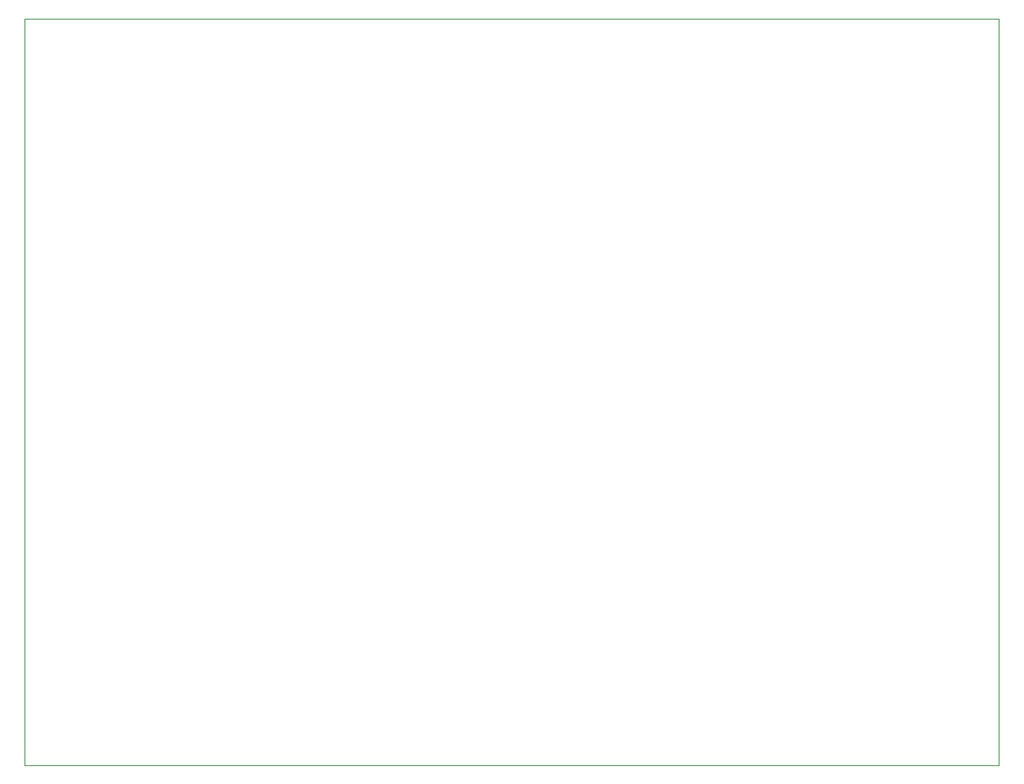
<source format=gm1>
G04 #@! TF.GenerationSoftware,KiCad,Pcbnew,(6.0.11)*
G04 #@! TF.CreationDate,2023-02-10T17:49:21-04:00*
G04 #@! TF.ProjectId,simon_dice_2_layer,73696d6f-6e5f-4646-9963-655f325f6c61,rev?*
G04 #@! TF.SameCoordinates,Original*
G04 #@! TF.FileFunction,Profile,NP*
%FSLAX46Y46*%
G04 Gerber Fmt 4.6, Leading zero omitted, Abs format (unit mm)*
G04 Created by KiCad (PCBNEW (6.0.11)) date 2023-02-10 17:49:21*
%MOMM*%
%LPD*%
G01*
G04 APERTURE LIST*
G04 #@! TA.AperFunction,Profile*
%ADD10C,0.100000*%
G04 #@! TD*
G04 APERTURE END LIST*
D10*
X97510000Y-50490000D02*
X198510000Y-50490000D01*
X198510000Y-50490000D02*
X198510000Y-127890000D01*
X198510000Y-127890000D02*
X97510000Y-127890000D01*
X97510000Y-127890000D02*
X97510000Y-50490000D01*
M02*

</source>
